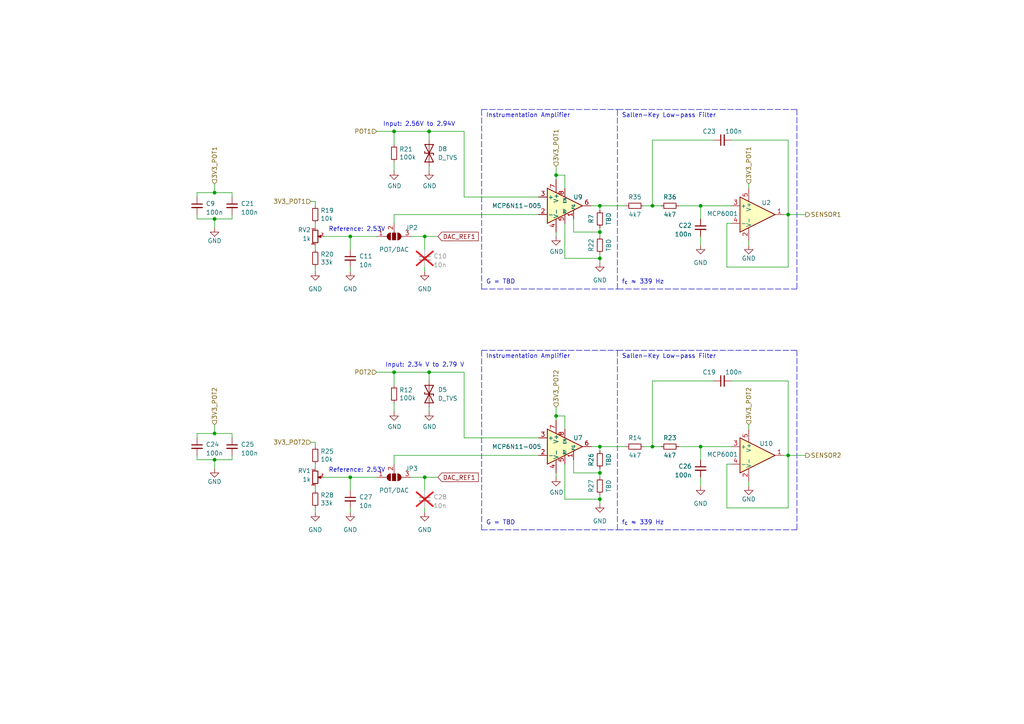
<source format=kicad_sch>
(kicad_sch (version 20230121) (generator eeschema)
  (paper "A4")
  (lib_symbols
    (symbol "Amplifier_Operational:MCP6001-OT" (pin_names (offset 0.127))
      (property "Reference" "U" (at -1.27 6.35 0))
      (property "Value" "MCP6001-OT" (at -1.27 3.81 0))
      (symbol "MCP6001-OT_0_1"
        (polyline (pts (xy -5.08 5.08) (xy 5.08 0) (xy -5.08 -5.08) (xy -5.08 5.08)) (stroke (width 0.254)) (fill (type background)))
        (pin power_in line (at -2.54 -7.62 90) (length 3.81) (name "V-") (number "2"))
        (pin power_in line (at -2.54 7.62 270) (length 3.81) (name "V+") (number "5"))
      )
      (symbol "MCP6001-OT_1_1"
        (pin output line (at 7.62 0 180) (length 2.54) (name "~") (number "1"))
        (pin input line (at -7.62 2.54 0) (length 2.54) (name "+") (number "3"))
        (pin input line (at -7.62 -2.54 0) (length 2.54) (name "-") (number "4"))
      )
    )
    (symbol "Device:C_Small" (pin_numbers hide) (pin_names (offset 0.254) hide)
      (property "Reference" "C" (at 0.254 1.778 0))
      (property "Value" "C_Small" (at 0.254 -2.032 0))
      (symbol "C_Small_0_1"
        (polyline (pts (xy -1.524 -0.508) (xy 1.524 -0.508)) (stroke (width 0.3302)))
        (polyline (pts (xy -1.524 0.508) (xy 1.524 0.508)) (stroke (width 0.3048)))
      )
      (symbol "C_Small_1_1"
        (pin passive line (at 0 2.54 270) (length 2.032) (name "~") (number "1"))
        (pin passive line (at 0 -2.54 90) (length 2.032) (name "~") (number "2"))
      )
    )
    (symbol "Device:D_TVS" (pin_numbers hide) (pin_names (offset 1.016) hide)
      (property "Reference" "D" (at 0 2.54 0))
      (property "Value" "D_TVS" (at 0 -2.54 0))
      (symbol "D_TVS_0_1"
        (polyline (pts (xy 1.27 0) (xy -1.27 0)))
        (polyline (pts (xy 0.508 1.27) (xy 0 1.27) (xy 0 -1.27) (xy -0.508 -1.27)) (stroke (width 0.254)))
        (polyline (pts (xy -2.54 1.27) (xy -2.54 -1.27) (xy 2.54 1.27) (xy 2.54 -1.27) (xy -2.54 1.27)) (stroke (width 0.254)))
      )
      (symbol "D_TVS_1_1"
        (pin passive line (at -3.81 0 0) (length 2.54) (name "A1") (number "1"))
        (pin passive line (at 3.81 0 180) (length 2.54) (name "A2") (number "2"))
      )
    )
    (symbol "Device:R_Potentiometer_Small" (pin_names (offset 1.016) hide)
      (property "Reference" "RV" (at -4.445 0 90))
      (property "Value" "R_Potentiometer_Small" (at -2.54 0 90))
      (symbol "R_Potentiometer_Small_0_1"
        (polyline (pts (xy 0.889 0) (xy 0.635 0) (xy 1.651 0.381) (xy 1.651 -0.381) (xy 0.635 0) (xy 0.889 0)) (fill (type outline)))
        (rectangle (start 0.762 1.8034) (end -0.762 -1.8034) (stroke (width 0.254)))
      )
      (symbol "R_Potentiometer_Small_1_1"
        (pin passive line (at 0 2.54 270) (length 0.635) (name "1") (number "1"))
        (pin passive line (at 2.54 0 180) (length 0.9906) (name "2") (number "2"))
        (pin passive line (at 0 -2.54 90) (length 0.635) (name "3") (number "3"))
      )
    )
    (symbol "Device:R_Small" (pin_numbers hide) (pin_names (offset 0.254) hide)
      (property "Reference" "R" (at 0.762 0.508 0))
      (property "Value" "R_Small" (at 0.762 -1.016 0))
      (symbol "R_Small_0_1"
        (rectangle (start -0.762 1.778) (end 0.762 -1.778) (stroke (width 0.2032)))
      )
      (symbol "R_Small_1_1"
        (pin passive line (at 0 2.54 270) (length 0.762) (name "~") (number "1"))
        (pin passive line (at 0 -2.54 90) (length 0.762) (name "~") (number "2"))
      )
    )
    (symbol "GND_1" (power) (pin_names (offset 0))
      (property "Value" "GND_1" (at 0 -3.81 0))
      (symbol "GND_1_0_1"
        (polyline (pts (xy 0 0) (xy 0 -1.27) (xy 1.27 -1.27) (xy 0 -2.54) (xy -1.27 -1.27) (xy 0 -1.27)))
      )
      (symbol "GND_1_1_1"
        (pin power_in line (at 0 0 270) (length 0) hide (name "GND") (number "1"))
      )
    )
    (symbol "GND_2" (power) (pin_names (offset 0))
      (property "Value" "GND_2" (at 0 -3.81 0))
      (symbol "GND_2_0_1"
        (polyline (pts (xy 0 0) (xy 0 -1.27) (xy 1.27 -1.27) (xy 0 -2.54) (xy -1.27 -1.27) (xy 0 -1.27)))
      )
      (symbol "GND_2_1_1"
        (pin power_in line (at 0 0 270) (length 0) hide (name "GND") (number "1"))
      )
    )
    (symbol "GND_3" (power) (pin_names (offset 0))
      (property "Value" "GND_3" (at 0 -3.81 0))
      (symbol "GND_3_0_1"
        (polyline (pts (xy 0 0) (xy 0 -1.27) (xy 1.27 -1.27) (xy 0 -2.54) (xy -1.27 -1.27) (xy 0 -1.27)))
      )
      (symbol "GND_3_1_1"
        (pin power_in line (at 0 0 270) (length 0) hide (name "GND") (number "1"))
      )
    )
    (symbol "Jumper:SolderJumper_3_Open" (pin_names (offset 0) hide)
      (property "Reference" "JP" (at -2.54 -2.54 0))
      (property "Value" "SolderJumper_3_Open" (at 0 2.794 0))
      (symbol "SolderJumper_3_Open_0_1"
        (arc (start -1.016 1.016) (mid -2.0276 0) (end -1.016 -1.016))
        (arc (start -1.016 1.016) (mid -2.0276 0) (end -1.016 -1.016) (fill (type outline)))
        (rectangle (start -0.508 1.016) (end 0.508 -1.016) (fill (type outline)))
        (polyline (pts (xy -2.54 0) (xy -2.032 0)))
        (polyline (pts (xy -1.016 1.016) (xy -1.016 -1.016)))
        (polyline (pts (xy 0 -1.27) (xy 0 -1.016)))
        (polyline (pts (xy 1.016 1.016) (xy 1.016 -1.016)))
        (polyline (pts (xy 2.54 0) (xy 2.032 0)))
        (arc (start 1.016 -1.016) (mid 2.0276 0) (end 1.016 1.016))
        (arc (start 1.016 -1.016) (mid 2.0276 0) (end 1.016 1.016) (fill (type outline)))
      )
      (symbol "SolderJumper_3_Open_1_1"
        (pin passive line (at -5.08 0 0) (length 2.54) (name "A") (number "1"))
        (pin passive line (at 0 -3.81 90) (length 2.54) (name "C") (number "2"))
        (pin passive line (at 5.08 0 180) (length 2.54) (name "B") (number "3"))
      )
    )
    (symbol "MCP6N11:MCP6N11" (pin_names (offset 0.127))
      (property "Reference" "U" (at 3.81 6.35 0))
      (property "Value" "MCP6N11-xE" (at 3.81 3.81 0))
      (symbol "MCP6N11_0_1"
        (polyline (pts (xy -5.08 5.08) (xy 5.08 0) (xy -5.08 -5.08) (xy -5.08 5.08)) (stroke (width 0.254)) (fill (type background)))
      )
      (symbol "MCP6N11_1_1"
        (pin passive line (at 2.54 -3.81 90) (length 2.54) (name "FG") (number "1"))
        (pin input line (at -7.62 -2.54 0) (length 2.54) (name "-") (number "2"))
        (pin input line (at -7.62 2.54 0) (length 2.54) (name "+") (number "3"))
        (pin power_in line (at -2.54 -7.62 90) (length 3.81) (name "V-") (number "4"))
        (pin passive line (at 0 -5.08 90) (length 2.54) (name "RF") (number "5"))
        (pin output line (at 7.62 0 180) (length 2.54) (name "~") (number "6"))
        (pin power_in line (at -2.54 7.62 270) (length 3.81) (name "V+") (number "7"))
        (pin input line (at 0 5.08 270) (length 2.54) (name "EN") (number "8"))
      )
    )
    (symbol "power:GND" (power) (pin_names (offset 0))
      (property "Value" "GND" (at 0 -3.81 0))
      (symbol "GND_0_1"
        (polyline (pts (xy 0 0) (xy 0 -1.27) (xy 1.27 -1.27) (xy 0 -2.54) (xy -1.27 -1.27) (xy 0 -1.27)))
      )
      (symbol "GND_1_1"
        (pin power_in line (at 0 0 270) (length 0) hide (name "GND") (number "1"))
      )
    )
  )
  (junction (at 123.19 138.43))
  (junction (at 101.6 68.58))
  (junction (at 123.19 68.58))
  (junction (at 228.6 132.08))
  (junction (at 62.23 55.88))
  (junction (at 189.23 129.54))
  (junction (at 173.99 144.78))
  (junction (at 62.23 125.73))
  (junction (at 62.23 133.35))
  (junction (at 114.3 38.1))
  (junction (at 124.46 38.1))
  (junction (at 101.6 138.43))
  (junction (at 203.2 59.69))
  (junction (at 124.46 107.95))
  (junction (at 114.3 107.95))
  (junction (at 203.2 129.54))
  (junction (at 189.23 59.69))
  (junction (at 62.23 63.5))
  (junction (at 173.99 74.93))
  (junction (at 173.99 67.31))
  (junction (at 173.99 129.54))
  (junction (at 173.99 137.16))
  (junction (at 161.29 50.8))
  (junction (at 173.99 59.69))
  (junction (at 228.6 62.23))
  (junction (at 161.29 120.65))
  (wire (pts (xy 114.3 62.23) (xy 156.21 62.23)))
  (wire (pts (xy 101.6 147.32) (xy 101.6 148.59)))
  (wire (pts (xy 173.99 135.89) (xy 173.99 137.16)))
  (wire (pts (xy 196.85 59.69) (xy 203.2 59.69)))
  (wire (pts (xy 123.19 68.58) (xy 119.38 68.58)))
  (wire (pts (xy 212.09 110.49) (xy 228.6 110.49)))
  (wire (pts (xy 161.29 68.58) (xy 161.29 67.31)))
  (wire (pts (xy 173.99 59.69) (xy 181.61 59.69)))
  (wire (pts (xy 212.09 40.64) (xy 228.6 40.64)))
  (wire (pts (xy 173.99 67.31) (xy 173.99 68.58)))
  (wire (pts (xy 217.17 71.12) (xy 217.17 69.85)))
  (wire (pts (xy 163.83 64.77) (xy 163.83 74.93)))
  (wire (pts (xy 210.82 147.32) (xy 228.6 147.32)))
  (wire (pts (xy 57.15 125.73) (xy 62.23 125.73)))
  (wire (pts (xy 173.99 66.04) (xy 173.99 67.31)))
  (wire (pts (xy 67.31 125.73) (xy 62.23 125.73)))
  (polyline (pts (xy 139.7 83.82) (xy 139.7 31.75)) (stroke (width 0) (type dash)))
  (wire (pts (xy 101.6 68.58) (xy 101.6 72.39)))
  (wire (pts (xy 91.44 77.47) (xy 91.44 78.74)))
  (wire (pts (xy 212.09 134.62) (xy 210.82 134.62)))
  (wire (pts (xy 173.99 59.69) (xy 173.99 60.96)))
  (wire (pts (xy 173.99 137.16) (xy 173.99 138.43)))
  (wire (pts (xy 163.83 54.61) (xy 163.83 50.8)))
  (wire (pts (xy 203.2 138.43) (xy 203.2 140.97)))
  (polyline (pts (xy 231.14 83.82) (xy 179.07 83.82)) (stroke (width 0) (type dash)))
  (wire (pts (xy 114.3 64.77) (xy 114.3 62.23)))
  (wire (pts (xy 124.46 107.95) (xy 134.62 107.95)))
  (wire (pts (xy 90.17 128.27) (xy 91.44 128.27)))
  (wire (pts (xy 163.83 120.65) (xy 161.29 120.65)))
  (wire (pts (xy 91.44 134.62) (xy 91.44 135.89)))
  (wire (pts (xy 228.6 132.08) (xy 227.33 132.08)))
  (wire (pts (xy 124.46 119.38) (xy 124.46 118.11)))
  (wire (pts (xy 173.99 74.93) (xy 173.99 76.2)))
  (wire (pts (xy 57.15 62.23) (xy 57.15 63.5)))
  (polyline (pts (xy 231.14 153.67) (xy 179.07 153.67)) (stroke (width 0) (type dash)))
  (wire (pts (xy 62.23 66.04) (xy 62.23 63.5)))
  (wire (pts (xy 228.6 62.23) (xy 227.33 62.23)))
  (wire (pts (xy 189.23 129.54) (xy 191.77 129.54)))
  (wire (pts (xy 186.69 59.69) (xy 189.23 59.69)))
  (wire (pts (xy 114.3 119.38) (xy 114.3 116.84)))
  (wire (pts (xy 124.46 49.53) (xy 124.46 48.26)))
  (wire (pts (xy 203.2 59.69) (xy 203.2 63.5)))
  (wire (pts (xy 173.99 73.66) (xy 173.99 74.93)))
  (wire (pts (xy 189.23 40.64) (xy 189.23 59.69)))
  (wire (pts (xy 166.37 67.31) (xy 173.99 67.31)))
  (wire (pts (xy 166.37 137.16) (xy 173.99 137.16)))
  (wire (pts (xy 186.69 129.54) (xy 189.23 129.54)))
  (wire (pts (xy 123.19 68.58) (xy 123.19 72.39)))
  (wire (pts (xy 91.44 140.97) (xy 91.44 142.24)))
  (wire (pts (xy 163.83 50.8) (xy 161.29 50.8)))
  (polyline (pts (xy 179.07 83.82) (xy 179.07 31.75)) (stroke (width 0) (type dash)))
  (wire (pts (xy 114.3 134.62) (xy 114.3 132.08)))
  (wire (pts (xy 203.2 129.54) (xy 212.09 129.54)))
  (wire (pts (xy 163.83 134.62) (xy 163.83 144.78)))
  (wire (pts (xy 90.17 58.42) (xy 91.44 58.42)))
  (wire (pts (xy 62.23 125.73) (xy 62.23 123.19)))
  (wire (pts (xy 203.2 59.69) (xy 212.09 59.69)))
  (wire (pts (xy 57.15 55.88) (xy 62.23 55.88)))
  (wire (pts (xy 203.2 68.58) (xy 203.2 71.12)))
  (wire (pts (xy 217.17 123.19) (xy 217.17 124.46)))
  (polyline (pts (xy 231.14 31.75) (xy 231.14 83.82)) (stroke (width 0) (type dash)))
  (wire (pts (xy 124.46 38.1) (xy 134.62 38.1)))
  (wire (pts (xy 217.17 140.97) (xy 217.17 139.7)))
  (wire (pts (xy 123.19 138.43) (xy 123.19 142.24)))
  (wire (pts (xy 189.23 110.49) (xy 189.23 129.54)))
  (wire (pts (xy 163.83 74.93) (xy 173.99 74.93)))
  (wire (pts (xy 62.23 135.89) (xy 62.23 133.35)))
  (wire (pts (xy 57.15 55.88) (xy 57.15 57.15)))
  (wire (pts (xy 124.46 40.64) (xy 124.46 38.1)))
  (wire (pts (xy 212.09 64.77) (xy 210.82 64.77)))
  (wire (pts (xy 114.3 111.76) (xy 114.3 107.95)))
  (wire (pts (xy 101.6 68.58) (xy 109.22 68.58)))
  (wire (pts (xy 67.31 62.23) (xy 67.31 63.5)))
  (wire (pts (xy 67.31 127) (xy 67.31 125.73)))
  (wire (pts (xy 166.37 63.5) (xy 166.37 67.31)))
  (wire (pts (xy 124.46 110.49) (xy 124.46 107.95)))
  (wire (pts (xy 189.23 110.49) (xy 207.01 110.49)))
  (wire (pts (xy 228.6 77.47) (xy 228.6 62.23)))
  (wire (pts (xy 57.15 132.08) (xy 57.15 133.35)))
  (polyline (pts (xy 231.14 101.6) (xy 231.14 153.67)) (stroke (width 0) (type dash)))
  (wire (pts (xy 210.82 77.47) (xy 228.6 77.47)))
  (wire (pts (xy 189.23 40.64) (xy 207.01 40.64)))
  (polyline (pts (xy 139.7 153.67) (xy 179.07 153.67)) (stroke (width 0) (type dash)))
  (wire (pts (xy 228.6 110.49) (xy 228.6 132.08)))
  (wire (pts (xy 171.45 129.54) (xy 173.99 129.54)))
  (wire (pts (xy 161.29 138.43) (xy 161.29 137.16)))
  (wire (pts (xy 228.6 147.32) (xy 228.6 132.08)))
  (wire (pts (xy 228.6 132.08) (xy 233.68 132.08)))
  (polyline (pts (xy 139.7 31.75) (xy 179.07 31.75)) (stroke (width 0) (type dash)))
  (wire (pts (xy 67.31 55.88) (xy 62.23 55.88)))
  (wire (pts (xy 91.44 58.42) (xy 91.44 59.69)))
  (wire (pts (xy 91.44 71.12) (xy 91.44 72.39)))
  (wire (pts (xy 67.31 57.15) (xy 67.31 55.88)))
  (wire (pts (xy 114.3 41.91) (xy 114.3 38.1)))
  (wire (pts (xy 57.15 63.5) (xy 62.23 63.5)))
  (wire (pts (xy 134.62 107.95) (xy 134.62 127)))
  (wire (pts (xy 217.17 53.34) (xy 217.17 54.61)))
  (wire (pts (xy 114.3 107.95) (xy 124.46 107.95)))
  (wire (pts (xy 62.23 55.88) (xy 62.23 53.34)))
  (wire (pts (xy 134.62 38.1) (xy 134.62 57.15)))
  (wire (pts (xy 203.2 129.54) (xy 203.2 133.35)))
  (wire (pts (xy 189.23 59.69) (xy 191.77 59.69)))
  (wire (pts (xy 123.19 147.32) (xy 123.19 148.59)))
  (wire (pts (xy 161.29 120.65) (xy 161.29 121.92)))
  (wire (pts (xy 109.22 107.95) (xy 114.3 107.95)))
  (wire (pts (xy 171.45 59.69) (xy 173.99 59.69)))
  (wire (pts (xy 101.6 138.43) (xy 109.22 138.43)))
  (wire (pts (xy 166.37 133.35) (xy 166.37 137.16)))
  (wire (pts (xy 93.98 68.58) (xy 101.6 68.58)))
  (wire (pts (xy 114.3 38.1) (xy 124.46 38.1)))
  (wire (pts (xy 67.31 132.08) (xy 67.31 133.35)))
  (wire (pts (xy 161.29 50.8) (xy 161.29 52.07)))
  (wire (pts (xy 91.44 147.32) (xy 91.44 148.59)))
  (wire (pts (xy 210.82 134.62) (xy 210.82 147.32)))
  (wire (pts (xy 67.31 63.5) (xy 62.23 63.5)))
  (wire (pts (xy 173.99 144.78) (xy 173.99 146.05)))
  (polyline (pts (xy 139.7 101.6) (xy 179.07 101.6)) (stroke (width 0) (type dash)))
  (wire (pts (xy 67.31 133.35) (xy 62.23 133.35)))
  (wire (pts (xy 91.44 128.27) (xy 91.44 129.54)))
  (wire (pts (xy 134.62 57.15) (xy 156.21 57.15)))
  (wire (pts (xy 173.99 143.51) (xy 173.99 144.78)))
  (wire (pts (xy 228.6 40.64) (xy 228.6 62.23)))
  (wire (pts (xy 134.62 127) (xy 156.21 127)))
  (wire (pts (xy 196.85 129.54) (xy 203.2 129.54)))
  (wire (pts (xy 57.15 133.35) (xy 62.23 133.35)))
  (polyline (pts (xy 179.07 101.6) (xy 231.14 101.6)) (stroke (width 0) (type dash)))
  (wire (pts (xy 123.19 68.58) (xy 127 68.58)))
  (polyline (pts (xy 139.7 83.82) (xy 179.07 83.82)) (stroke (width 0) (type dash)))
  (wire (pts (xy 228.6 62.23) (xy 233.68 62.23)))
  (wire (pts (xy 173.99 129.54) (xy 173.99 130.81)))
  (wire (pts (xy 114.3 132.08) (xy 156.21 132.08)))
  (wire (pts (xy 93.98 138.43) (xy 101.6 138.43)))
  (wire (pts (xy 123.19 138.43) (xy 127 138.43)))
  (wire (pts (xy 163.83 124.46) (xy 163.83 120.65)))
  (wire (pts (xy 114.3 49.53) (xy 114.3 46.99)))
  (polyline (pts (xy 179.07 31.75) (xy 231.14 31.75)) (stroke (width 0) (type dash)))
  (polyline (pts (xy 179.07 153.67) (xy 179.07 101.6)) (stroke (width 0) (type dash)))
  (wire (pts (xy 123.19 138.43) (xy 119.38 138.43)))
  (wire (pts (xy 173.99 129.54) (xy 181.61 129.54)))
  (wire (pts (xy 109.22 38.1) (xy 114.3 38.1)))
  (wire (pts (xy 101.6 77.47) (xy 101.6 78.74)))
  (wire (pts (xy 161.29 118.11) (xy 161.29 120.65)))
  (wire (pts (xy 161.29 48.26) (xy 161.29 50.8)))
  (wire (pts (xy 57.15 125.73) (xy 57.15 127)))
  (polyline (pts (xy 139.7 153.67) (xy 139.7 101.6)) (stroke (width 0) (type dash)))
  (wire (pts (xy 101.6 138.43) (xy 101.6 142.24)))
  (wire (pts (xy 163.83 144.78) (xy 173.99 144.78)))
  (wire (pts (xy 123.19 77.47) (xy 123.19 78.74)))
  (wire (pts (xy 91.44 64.77) (xy 91.44 66.04)))
  (wire (pts (xy 210.82 64.77) (xy 210.82 77.47)))
  (text "Instrumentation Amplifier" (at 140.97 104.14 0) (effects (font (size 1.27 1.27)) (justify left bottom)))
  (text "Input: 2.56V to 2.94V" (at 132.08 36.83 0) (effects (font (size 1.27 1.27)) (justify right bottom)))
  (text "G = TBD" (at 140.97 152.4 0) (effects (font (size 1.27 1.27)) (justify left bottom)))
  (text "Reference: 2.53V" (at 111.76 137.16 0) (effects (font (size 1.27 1.27)) (justify right bottom)))
  (text "Input: 2.34 V to 2.79 V" (at 111.76 106.68 0) (effects (font (size 1.27 1.27)) (justify left bottom)))
  (text "f_{c} ≈ 339 Hz" (at 180.34 82.55 0) (effects (font (size 1.27 1.27)) (justify left bottom)))
  (text "Reference: 2.53V" (at 111.76 67.31 0) (effects (font (size 1.27 1.27)) (justify right bottom)))
  (text "Sallen-Key Low-pass Filter" (at 180.34 104.14 0) (effects (font (size 1.27 1.27)) (justify left bottom)))
  (text "Instrumentation Amplifier" (at 140.97 34.29 0) (effects (font (size 1.27 1.27)) (justify left bottom)))
  (text "G = TBD" (at 140.97 82.55 0) (effects (font (size 1.27 1.27)) (justify left bottom)))
  (text "f_{c} ≈ 339 Hz" (at 180.34 152.4 0) (effects (font (size 1.27 1.27)) (justify left bottom)))
  (text "Sallen-Key Low-pass Filter" (at 180.34 34.29 0) (effects (font (size 1.27 1.27)) (justify left bottom)))
  (global_label "DAC_REF1" (shape input) (at 127 68.58 0) (property "Intersheetrefs" "${INTERSHEET_REFS}" (effects hide)))
  (global_label "DAC_REF1" (shape input) (at 127 138.43 0) (property "Intersheetrefs" "${INTERSHEET_REFS}" (effects hide)))
  (hierarchical_label "POT1" (shape input) (at 109.22 38.1 180))
  (hierarchical_label "SENSOR1" (shape output) (at 233.68 62.23 0))
  (hierarchical_label "3V3_POT1" (shape input) (at 62.23 53.34 90))
  (hierarchical_label "3V3_POT1" (shape input) (at 217.17 53.34 90))
  (hierarchical_label "3V3_POT2" (shape input) (at 161.29 118.11 90))
  (hierarchical_label "3V3_POT1" (shape input) (at 90.17 58.42 180))
  (hierarchical_label "3V3_POT1" (shape input) (at 161.29 48.26 90))
  (hierarchical_label "SENSOR2" (shape output) (at 233.68 132.08 0))
  (hierarchical_label "3V3_POT2" (shape input) (at 217.17 123.19 90))
  (hierarchical_label "POT2" (shape input) (at 109.22 107.95 180))
  (hierarchical_label "3V3_POT2" (shape input) (at 90.17 128.27 180))
  (hierarchical_label "3V3_POT2" (shape input) (at 62.23 123.19 90))
  (symbol (lib_name "GND_2") (lib_id "power:GND") (at 62.23 66.04 0) (unit 1)
    (property "Reference" "#PWR010" (effects hide))
    (property "Value" "GND" (at 62.23 69.85 0))
  )
  (symbol (lib_id "Device:R_Potentiometer_Small") (at 91.44 68.58 0) (unit 1)
    (property "Reference" "RV2" (at 90.17 66.675 0) (effects (justify right)))
    (property "Value" "1k" (at 90.17 69.215 0) (effects (justify right)))
  )
  (symbol (lib_id "Device:C_Small") (at 203.2 66.04 0) (mirror y) (unit 1)
    (property "Reference" "C22" (at 200.66 65.4113 0) (effects (justify left)))
    (property "Value" "100n" (at 200.66 67.9513 0) (effects (justify left)))
  )
  (symbol (lib_id "Device:R_Small") (at 184.15 129.54 90) (unit 1)
    (property "Reference" "R14" (at 184.15 127 90))
    (property "Value" "4k7" (at 184.15 132.08 90))
  )
  (symbol (lib_name "GND_3") (lib_id "power:GND") (at 173.99 146.05 0) (unit 1)
    (property "Reference" "#PWR038" (effects hide))
    (property "Value" "GND" (at 173.99 151.13 0))
  )
  (symbol (lib_name "GND_3") (lib_id "power:GND") (at 203.2 71.12 0) (unit 1)
    (property "Reference" "#PWR034" (effects hide))
    (property "Value" "GND" (at 203.2 76.2 0))
  )
  (symbol (lib_name "GND_1") (lib_id "power:GND") (at 91.44 78.74 0) (unit 1)
    (property "Reference" "#PWR026" (effects hide))
    (property "Value" "GND" (at 91.44 83.82 0))
  )
  (symbol (lib_id "Device:R_Small") (at 91.44 62.23 0) (unit 1)
    (property "Reference" "R19" (at 92.9386 61.0616 0) (effects (justify left)))
    (property "Value" "10k" (at 92.9386 63.373 0) (effects (justify left)))
    (property "Footprint" "Resistor_SMD:R_0603_1608Metric_Pad0.98x0.95mm_HandSolder" (effects hide))
  )
  (symbol (lib_id "Device:R_Small") (at 184.15 59.69 90) (unit 1)
    (property "Reference" "R35" (at 184.15 57.15 90))
    (property "Value" "4k7" (at 184.15 62.23 90))
  )
  (symbol (lib_name "GND_1") (lib_id "power:GND") (at 123.19 78.74 0) (unit 1)
    (property "Reference" "#PWR07" (effects hide))
    (property "Value" "GND" (at 123.19 83.82 0))
  )
  (symbol (lib_id "Amplifier_Operational:MCP6001-OT") (at 219.71 132.08 0) (unit 1)
    (property "Reference" "U10" (at 222.25 128.6511 0))
    (property "Value" "MCP6001" (at 209.55 131.81 0))
    (property "Footprint" "Package_TO_SOT_SMD:SOT-23-5" (effects hide))
    (property "Datasheet" "http://ww1.microchip.com/downloads/en/DeviceDoc/21733j.pdf" (effects hide))
  )
  (symbol (lib_name "GND_1") (lib_id "power:GND") (at 101.6 78.74 0) (unit 1)
    (property "Reference" "#PWR033" (effects hide))
    (property "Value" "GND" (at 101.6 83.82 0))
  )
  (symbol (lib_id "Device:C_Small") (at 123.19 74.93 0) (unit 1) (dnp yes)
    (property "Reference" "C10" (at 125.73 74.3013 0) (effects (justify left)))
    (property "Value" "10n" (at 125.73 76.8413 0) (effects (justify left)))
  )
  (symbol (lib_id "Device:R_Small") (at 173.99 140.97 180) (unit 1)
    (property "Reference" "R27" (at 171.45 140.97 90))
    (property "Value" "TBD" (at 176.53 140.97 90))
  )
  (symbol (lib_name "GND_2") (lib_id "power:GND") (at 62.23 135.89 0) (unit 1)
    (property "Reference" "#PWR027" (effects hide))
    (property "Value" "GND" (at 62.23 139.7 0))
  )
  (symbol (lib_id "Device:C_Small") (at 57.15 59.69 0) (unit 1)
    (property "Reference" "C9" (at 59.69 59.0613 0) (effects (justify left)))
    (property "Value" "100n" (at 59.69 61.6013 0) (effects (justify left)))
  )
  (symbol (lib_id "Device:R_Small") (at 194.31 129.54 90) (unit 1)
    (property "Reference" "R23" (at 194.31 127 90))
    (property "Value" "4k7" (at 194.31 132.08 90))
  )
  (symbol (lib_id "Device:D_TVS") (at 124.46 114.3 90) (unit 1)
    (property "Reference" "D5" (at 127 113.0299 90) (effects (justify right)))
    (property "Value" "D_TVS" (at 127 115.5699 90) (effects (justify right)))
    (property "Footprint" "Diode_SMD:D_0603_1608Metric_Pad1.05x0.95mm_HandSolder" (effects hide))
  )
  (symbol (lib_id "Device:R_Potentiometer_Small") (at 91.44 138.43 0) (unit 1)
    (property "Reference" "RV1" (at 90.17 136.525 0) (effects (justify right)))
    (property "Value" "1k" (at 90.17 139.065 0) (effects (justify right)))
  )
  (symbol (lib_id "Amplifier_Operational:MCP6001-OT") (at 219.71 62.23 0) (unit 1)
    (property "Reference" "U2" (at 222.25 58.8011 0))
    (property "Value" "MCP6001" (at 209.55 61.96 0))
    (property "Footprint" "Package_TO_SOT_SMD:SOT-23-5" (effects hide))
    (property "Datasheet" "http://ww1.microchip.com/downloads/en/DeviceDoc/21733j.pdf" (effects hide))
  )
  (symbol (lib_id "Jumper:SolderJumper_3_Open") (at 114.3 138.43 0) (mirror x) (unit 1)
    (property "Reference" "JP3" (at 119.38 135.89 0))
    (property "Value" "POT/DAC" (at 114.3 142.24 0))
  )
  (symbol (lib_id "Device:R_Small") (at 173.99 133.35 180) (unit 1)
    (property "Reference" "R26" (at 171.45 133.35 90))
    (property "Value" "TBD" (at 176.53 133.35 90))
  )
  (symbol (lib_id "Jumper:SolderJumper_3_Open") (at 114.3 68.58 0) (mirror x) (unit 1)
    (property "Reference" "JP2" (at 119.38 66.04 0))
    (property "Value" "POT/DAC" (at 114.3 72.39 0))
  )
  (symbol (lib_id "Device:R_Small") (at 173.99 63.5 180) (unit 1)
    (property "Reference" "R7" (at 171.45 63.5 90))
    (property "Value" "TBD" (at 176.53 63.5 90))
  )
  (symbol (lib_id "MCP6N11:MCP6N11") (at 163.83 129.54 0) (unit 1)
    (property "Reference" "U7" (at 167.64 127 0))
    (property "Value" "MCP6N11-005\n" (at 149.86 129.54 0))
    (property "Footprint" "Package_SO:SOIC-8_3.9x4.9mm_P1.27mm" (effects hide))
    (property "Datasheet" "https://ww1.microchip.com/downloads/en/DeviceDoc/25073A.pdf" (effects hide))
  )
  (symbol (lib_id "Device:C_Small") (at 203.2 135.89 0) (mirror y) (unit 1)
    (property "Reference" "C26" (at 200.66 135.2613 0) (effects (justify left)))
    (property "Value" "100n" (at 200.66 137.8013 0) (effects (justify left)))
  )
  (symbol (lib_id "power:GND") (at 124.46 119.38 0) (unit 1)
    (property "Reference" "#PWR025" (effects hide))
    (property "Value" "GND" (at 124.587 123.7742 0))
  )
  (symbol (lib_id "Device:D_TVS") (at 124.46 44.45 90) (unit 1)
    (property "Reference" "D8" (at 127 43.1799 90) (effects (justify right)))
    (property "Value" "D_TVS" (at 127 45.7199 90) (effects (justify right)))
    (property "Footprint" "Diode_SMD:D_0603_1608Metric_Pad1.05x0.95mm_HandSolder" (effects hide))
  )
  (symbol (lib_id "Device:R_Small") (at 91.44 132.08 0) (unit 1)
    (property "Reference" "R25" (at 92.9386 130.9116 0) (effects (justify left)))
    (property "Value" "10k" (at 92.9386 133.223 0) (effects (justify left)))
    (property "Footprint" "Resistor_SMD:R_0603_1608Metric_Pad0.98x0.95mm_HandSolder" (effects hide))
  )
  (symbol (lib_id "Device:R_Small") (at 91.44 74.93 0) (unit 1)
    (property "Reference" "R20" (at 92.9386 73.7616 0) (effects (justify left)))
    (property "Value" "33k" (at 92.9386 76.073 0) (effects (justify left)))
    (property "Footprint" "Resistor_SMD:R_0603_1608Metric_Pad0.98x0.95mm_HandSolder" (effects hide))
  )
  (symbol (lib_name "GND_3") (lib_id "power:GND") (at 173.99 76.2 0) (unit 1)
    (property "Reference" "#PWR08" (effects hide))
    (property "Value" "GND" (at 173.99 81.28 0))
  )
  (symbol (lib_id "Device:C_Small") (at 67.31 129.54 0) (unit 1)
    (property "Reference" "C25" (at 69.85 128.9113 0) (effects (justify left)))
    (property "Value" "100n" (at 69.85 131.4513 0) (effects (justify left)))
  )
  (symbol (lib_id "Device:R_Small") (at 91.44 144.78 0) (unit 1)
    (property "Reference" "R28" (at 92.9386 143.6116 0) (effects (justify left)))
    (property "Value" "33k" (at 92.9386 145.923 0) (effects (justify left)))
    (property "Footprint" "Resistor_SMD:R_0603_1608Metric_Pad0.98x0.95mm_HandSolder" (effects hide))
  )
  (symbol (lib_id "power:GND") (at 114.3 119.38 0) (unit 1)
    (property "Reference" "#PWR012" (effects hide))
    (property "Value" "GND" (at 114.427 123.7742 0))
  )
  (symbol (lib_name "GND_2") (lib_id "power:GND") (at 217.17 71.12 0) (unit 1)
    (property "Reference" "#PWR011" (effects hide))
    (property "Value" "GND" (at 217.17 74.93 0))
  )
  (symbol (lib_name "GND_1") (lib_id "power:GND") (at 123.19 148.59 0) (unit 1)
    (property "Reference" "#PWR041" (effects hide))
    (property "Value" "GND" (at 123.19 153.67 0))
  )
  (symbol (lib_id "Device:R_Small") (at 173.99 71.12 180) (unit 1)
    (property "Reference" "R22" (at 171.45 71.12 90))
    (property "Value" "TBD" (at 176.53 71.12 90))
  )
  (symbol (lib_id "Device:R_Small") (at 194.31 59.69 90) (unit 1)
    (property "Reference" "R36" (at 194.31 57.15 90))
    (property "Value" "4k7" (at 194.31 62.23 90))
  )
  (symbol (lib_name "GND_3") (lib_id "power:GND") (at 203.2 140.97 0) (unit 1)
    (property "Reference" "#PWR031" (effects hide))
    (property "Value" "GND" (at 203.2 146.05 0))
  )
  (symbol (lib_id "power:GND") (at 114.3 49.53 0) (unit 1)
    (property "Reference" "#PWR036" (effects hide))
    (property "Value" "GND" (at 114.427 53.9242 0))
  )
  (symbol (lib_id "MCP6N11:MCP6N11") (at 163.83 59.69 0) (unit 1)
    (property "Reference" "U9" (at 167.64 57.15 0))
    (property "Value" "MCP6N11-005\n" (at 149.86 59.69 0))
    (property "Footprint" "Package_SO:SOIC-8_3.9x4.9mm_P1.27mm" (effects hide))
    (property "Datasheet" "https://ww1.microchip.com/downloads/en/DeviceDoc/25073A.pdf" (effects hide))
  )
  (symbol (lib_id "Device:R_Small") (at 114.3 114.3 0) (unit 1)
    (property "Reference" "R12" (at 115.7986 113.1316 0) (effects (justify left)))
    (property "Value" "100k" (at 115.7986 115.443 0) (effects (justify left)))
    (property "Footprint" "Resistor_SMD:R_0603_1608Metric_Pad0.98x0.95mm_HandSolder" (effects hide))
  )
  (symbol (lib_id "Device:C_Small") (at 209.55 40.64 90) (unit 1)
    (property "Reference" "C23" (at 207.6513 38.1 90) (effects (justify left)))
    (property "Value" "100n" (at 215.2713 38.1 90) (effects (justify left)))
  )
  (symbol (lib_id "Device:C_Small") (at 209.55 110.49 90) (unit 1)
    (property "Reference" "C19" (at 207.6513 107.95 90) (effects (justify left)))
    (property "Value" "100n" (at 215.2713 107.95 90) (effects (justify left)))
  )
  (symbol (lib_id "Device:C_Small") (at 57.15 129.54 0) (unit 1)
    (property "Reference" "C24" (at 59.69 128.9113 0) (effects (justify left)))
    (property "Value" "100n" (at 59.69 131.4513 0) (effects (justify left)))
  )
  (symbol (lib_id "Device:C_Small") (at 101.6 74.93 0) (unit 1)
    (property "Reference" "C11" (at 104.14 74.3013 0) (effects (justify left)))
    (property "Value" "10n" (at 104.14 76.8413 0) (effects (justify left)))
  )
  (symbol (lib_id "Device:C_Small") (at 123.19 144.78 0) (unit 1) (dnp yes)
    (property "Reference" "C28" (at 125.73 144.1513 0) (effects (justify left)))
    (property "Value" "10n" (at 125.73 146.6913 0) (effects (justify left)))
  )
  (symbol (lib_id "power:GND") (at 124.46 49.53 0) (unit 1)
    (property "Reference" "#PWR037" (effects hide))
    (property "Value" "GND" (at 124.587 53.9242 0))
  )
  (symbol (lib_id "Device:C_Small") (at 101.6 144.78 0) (unit 1)
    (property "Reference" "C27" (at 104.14 144.1513 0) (effects (justify left)))
    (property "Value" "10n" (at 104.14 146.6913 0) (effects (justify left)))
  )
  (symbol (lib_name "GND_1") (lib_id "power:GND") (at 91.44 148.59 0) (unit 1)
    (property "Reference" "#PWR039" (effects hide))
    (property "Value" "GND" (at 91.44 153.67 0))
  )
  (symbol (lib_name "GND_2") (lib_id "power:GND") (at 217.17 140.97 0) (unit 1)
    (property "Reference" "#PWR035" (effects hide))
    (property "Value" "GND" (at 217.17 144.78 0))
  )
  (symbol (lib_id "power:GND") (at 161.29 68.58 0) (unit 1)
    (property "Reference" "#PWR09" (effects hide))
    (property "Value" "GND" (at 161.417 72.9742 0))
  )
  (symbol (lib_id "Device:C_Small") (at 67.31 59.69 0) (unit 1)
    (property "Reference" "C21" (at 69.85 59.0613 0) (effects (justify left)))
    (property "Value" "100n" (at 69.85 61.6013 0) (effects (justify left)))
  )
  (symbol (lib_id "Device:R_Small") (at 114.3 44.45 0) (unit 1)
    (property "Reference" "R21" (at 115.7986 43.2816 0) (effects (justify left)))
    (property "Value" "100k" (at 115.7986 45.593 0) (effects (justify left)))
    (property "Footprint" "Resistor_SMD:R_0603_1608Metric_Pad0.98x0.95mm_HandSolder" (effects hide))
  )
  (symbol (lib_name "GND_1") (lib_id "power:GND") (at 101.6 148.59 0) (unit 1)
    (property "Reference" "#PWR040" (effects hide))
    (property "Value" "GND" (at 101.6 153.67 0))
  )
  (symbol (lib_id "power:GND") (at 161.29 138.43 0) (unit 1)
    (property "Reference" "#PWR028" (effects hide))
    (property "Value" "GND" (at 161.417 142.8242 0))
  )
)
</source>
